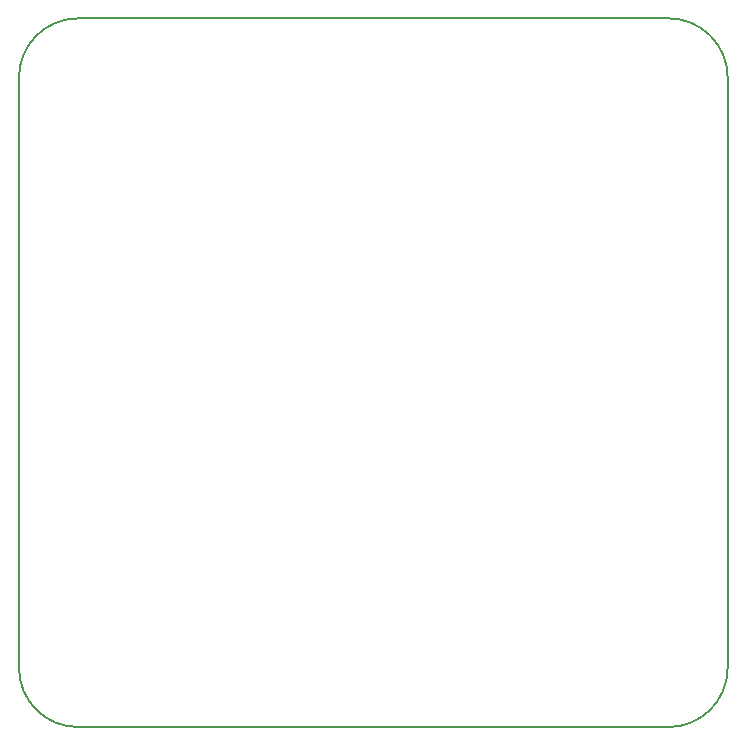
<source format=gm1>
G04 #@! TF.GenerationSoftware,KiCad,Pcbnew,(5.0.2)-1*
G04 #@! TF.CreationDate,2019-03-25T01:50:17-07:00*
G04 #@! TF.ProjectId,Orion,4f72696f-6e2e-46b6-9963-61645f706362,rev?*
G04 #@! TF.SameCoordinates,Original*
G04 #@! TF.FileFunction,Profile,NP*
%FSLAX46Y46*%
G04 Gerber Fmt 4.6, Leading zero omitted, Abs format (unit mm)*
G04 Created by KiCad (PCBNEW (5.0.2)-1) date 3/25/2019 1:50:17 AM*
%MOMM*%
%LPD*%
G01*
G04 APERTURE LIST*
%ADD10C,0.150000*%
%ADD11C,0.200000*%
G04 APERTURE END LIST*
D10*
X105000000Y-40000000D02*
G75*
G02X110000000Y-45000000I0J-5000000D01*
G01*
X110000000Y-95000000D02*
G75*
G02X105000000Y-100000000I-5000000J0D01*
G01*
X55000000Y-100000000D02*
G75*
G02X50000000Y-95000000I0J5000000D01*
G01*
X50000000Y-45000000D02*
G75*
G02X55000000Y-40000000I5000000J0D01*
G01*
D11*
X50000000Y-95000000D02*
X50000000Y-45000000D01*
X105000000Y-100000000D02*
X55000000Y-100000000D01*
X110000000Y-45000000D02*
X110000000Y-95000000D01*
X55000000Y-40000000D02*
X105000000Y-40000000D01*
M02*

</source>
